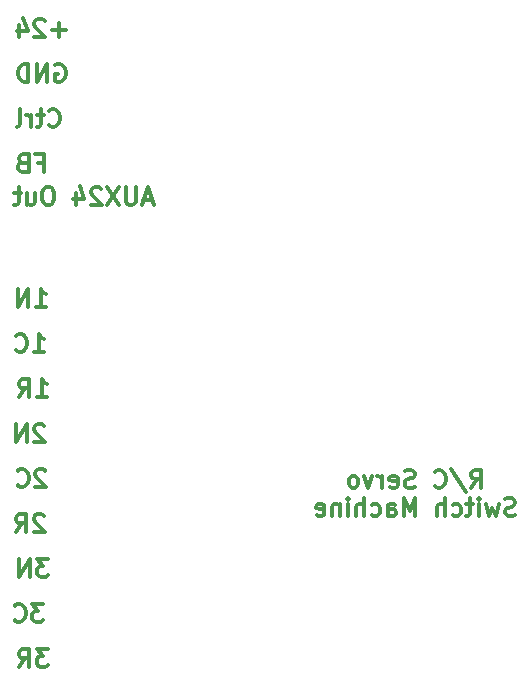
<source format=gbo>
G04 #@! TF.FileFunction,Legend,Bot*
%FSLAX46Y46*%
G04 Gerber Fmt 4.6, Leading zero omitted, Abs format (unit mm)*
G04 Created by KiCad (PCBNEW (2015-10-14 BZR 6269)-product) date Thursday, October 15, 2015 'PMt' 05:26:15 PM*
%MOMM*%
G01*
G04 APERTURE LIST*
%ADD10C,0.100000*%
%ADD11C,0.300000*%
G04 APERTURE END LIST*
D10*
D11*
X106659999Y-103953571D02*
X105731428Y-103953571D01*
X106231428Y-104525000D01*
X106017142Y-104525000D01*
X105874285Y-104596429D01*
X105802856Y-104667857D01*
X105731428Y-104810714D01*
X105731428Y-105167857D01*
X105802856Y-105310714D01*
X105874285Y-105382143D01*
X106017142Y-105453571D01*
X106445714Y-105453571D01*
X106588571Y-105382143D01*
X106659999Y-105310714D01*
X104231428Y-105453571D02*
X104731428Y-104739286D01*
X105088571Y-105453571D02*
X105088571Y-103953571D01*
X104517143Y-103953571D01*
X104374285Y-104025000D01*
X104302857Y-104096429D01*
X104231428Y-104239286D01*
X104231428Y-104453571D01*
X104302857Y-104596429D01*
X104374285Y-104667857D01*
X104517143Y-104739286D01*
X105088571Y-104739286D01*
X106278999Y-100143571D02*
X105350428Y-100143571D01*
X105850428Y-100715000D01*
X105636142Y-100715000D01*
X105493285Y-100786429D01*
X105421856Y-100857857D01*
X105350428Y-101000714D01*
X105350428Y-101357857D01*
X105421856Y-101500714D01*
X105493285Y-101572143D01*
X105636142Y-101643571D01*
X106064714Y-101643571D01*
X106207571Y-101572143D01*
X106278999Y-101500714D01*
X103850428Y-101500714D02*
X103921857Y-101572143D01*
X104136143Y-101643571D01*
X104279000Y-101643571D01*
X104493285Y-101572143D01*
X104636143Y-101429286D01*
X104707571Y-101286429D01*
X104779000Y-101000714D01*
X104779000Y-100786429D01*
X104707571Y-100500714D01*
X104636143Y-100357857D01*
X104493285Y-100215000D01*
X104279000Y-100143571D01*
X104136143Y-100143571D01*
X103921857Y-100215000D01*
X103850428Y-100286429D01*
X106695714Y-96333571D02*
X105767143Y-96333571D01*
X106267143Y-96905000D01*
X106052857Y-96905000D01*
X105910000Y-96976429D01*
X105838571Y-97047857D01*
X105767143Y-97190714D01*
X105767143Y-97547857D01*
X105838571Y-97690714D01*
X105910000Y-97762143D01*
X106052857Y-97833571D01*
X106481429Y-97833571D01*
X106624286Y-97762143D01*
X106695714Y-97690714D01*
X105124286Y-97833571D02*
X105124286Y-96333571D01*
X104267143Y-97833571D01*
X104267143Y-96333571D01*
X106334571Y-92666429D02*
X106263142Y-92595000D01*
X106120285Y-92523571D01*
X105763142Y-92523571D01*
X105620285Y-92595000D01*
X105548856Y-92666429D01*
X105477428Y-92809286D01*
X105477428Y-92952143D01*
X105548856Y-93166429D01*
X106405999Y-94023571D01*
X105477428Y-94023571D01*
X103977428Y-94023571D02*
X104477428Y-93309286D01*
X104834571Y-94023571D02*
X104834571Y-92523571D01*
X104263143Y-92523571D01*
X104120285Y-92595000D01*
X104048857Y-92666429D01*
X103977428Y-92809286D01*
X103977428Y-93023571D01*
X104048857Y-93166429D01*
X104120285Y-93237857D01*
X104263143Y-93309286D01*
X104834571Y-93309286D01*
X106461571Y-88856429D02*
X106390142Y-88785000D01*
X106247285Y-88713571D01*
X105890142Y-88713571D01*
X105747285Y-88785000D01*
X105675856Y-88856429D01*
X105604428Y-88999286D01*
X105604428Y-89142143D01*
X105675856Y-89356429D01*
X106532999Y-90213571D01*
X105604428Y-90213571D01*
X104104428Y-90070714D02*
X104175857Y-90142143D01*
X104390143Y-90213571D01*
X104533000Y-90213571D01*
X104747285Y-90142143D01*
X104890143Y-89999286D01*
X104961571Y-89856429D01*
X105033000Y-89570714D01*
X105033000Y-89356429D01*
X104961571Y-89070714D01*
X104890143Y-88927857D01*
X104747285Y-88785000D01*
X104533000Y-88713571D01*
X104390143Y-88713571D01*
X104175857Y-88785000D01*
X104104428Y-88856429D01*
X106370286Y-85046429D02*
X106298857Y-84975000D01*
X106156000Y-84903571D01*
X105798857Y-84903571D01*
X105656000Y-84975000D01*
X105584571Y-85046429D01*
X105513143Y-85189286D01*
X105513143Y-85332143D01*
X105584571Y-85546429D01*
X106441714Y-86403571D01*
X105513143Y-86403571D01*
X104870286Y-86403571D02*
X104870286Y-84903571D01*
X104013143Y-86403571D01*
X104013143Y-84903571D01*
X105731428Y-82593571D02*
X106588571Y-82593571D01*
X106159999Y-82593571D02*
X106159999Y-81093571D01*
X106302856Y-81307857D01*
X106445714Y-81450714D01*
X106588571Y-81522143D01*
X104231428Y-82593571D02*
X104731428Y-81879286D01*
X105088571Y-82593571D02*
X105088571Y-81093571D01*
X104517143Y-81093571D01*
X104374285Y-81165000D01*
X104302857Y-81236429D01*
X104231428Y-81379286D01*
X104231428Y-81593571D01*
X104302857Y-81736429D01*
X104374285Y-81807857D01*
X104517143Y-81879286D01*
X105088571Y-81879286D01*
X105477428Y-78783571D02*
X106334571Y-78783571D01*
X105905999Y-78783571D02*
X105905999Y-77283571D01*
X106048856Y-77497857D01*
X106191714Y-77640714D01*
X106334571Y-77712143D01*
X103977428Y-78640714D02*
X104048857Y-78712143D01*
X104263143Y-78783571D01*
X104406000Y-78783571D01*
X104620285Y-78712143D01*
X104763143Y-78569286D01*
X104834571Y-78426429D01*
X104906000Y-78140714D01*
X104906000Y-77926429D01*
X104834571Y-77640714D01*
X104763143Y-77497857D01*
X104620285Y-77355000D01*
X104406000Y-77283571D01*
X104263143Y-77283571D01*
X104048857Y-77355000D01*
X103977428Y-77426429D01*
X105640143Y-74973571D02*
X106497286Y-74973571D01*
X106068714Y-74973571D02*
X106068714Y-73473571D01*
X106211571Y-73687857D01*
X106354429Y-73830714D01*
X106497286Y-73902143D01*
X104997286Y-74973571D02*
X104997286Y-73473571D01*
X104140143Y-74973571D01*
X104140143Y-73473571D01*
X115478000Y-65909000D02*
X114763714Y-65909000D01*
X115620857Y-66337571D02*
X115120857Y-64837571D01*
X114620857Y-66337571D01*
X114120857Y-64837571D02*
X114120857Y-66051857D01*
X114049429Y-66194714D01*
X113978000Y-66266143D01*
X113835143Y-66337571D01*
X113549429Y-66337571D01*
X113406571Y-66266143D01*
X113335143Y-66194714D01*
X113263714Y-66051857D01*
X113263714Y-64837571D01*
X112692285Y-64837571D02*
X111692285Y-66337571D01*
X111692285Y-64837571D02*
X112692285Y-66337571D01*
X111192286Y-64980429D02*
X111120857Y-64909000D01*
X110978000Y-64837571D01*
X110620857Y-64837571D01*
X110478000Y-64909000D01*
X110406571Y-64980429D01*
X110335143Y-65123286D01*
X110335143Y-65266143D01*
X110406571Y-65480429D01*
X111263714Y-66337571D01*
X110335143Y-66337571D01*
X109049429Y-65337571D02*
X109049429Y-66337571D01*
X109406572Y-64766143D02*
X109763715Y-65837571D01*
X108835143Y-65837571D01*
X106835144Y-64837571D02*
X106549430Y-64837571D01*
X106406572Y-64909000D01*
X106263715Y-65051857D01*
X106192287Y-65337571D01*
X106192287Y-65837571D01*
X106263715Y-66123286D01*
X106406572Y-66266143D01*
X106549430Y-66337571D01*
X106835144Y-66337571D01*
X106978001Y-66266143D01*
X107120858Y-66123286D01*
X107192287Y-65837571D01*
X107192287Y-65337571D01*
X107120858Y-65051857D01*
X106978001Y-64909000D01*
X106835144Y-64837571D01*
X104906572Y-65337571D02*
X104906572Y-66337571D01*
X105549429Y-65337571D02*
X105549429Y-66123286D01*
X105478001Y-66266143D01*
X105335143Y-66337571D01*
X105120858Y-66337571D01*
X104978001Y-66266143D01*
X104906572Y-66194714D01*
X104406572Y-65337571D02*
X103835143Y-65337571D01*
X104192286Y-64837571D02*
X104192286Y-66123286D01*
X104120858Y-66266143D01*
X103978000Y-66337571D01*
X103835143Y-66337571D01*
X105818714Y-62757857D02*
X106318714Y-62757857D01*
X106318714Y-63543571D02*
X106318714Y-62043571D01*
X105604428Y-62043571D01*
X104533000Y-62757857D02*
X104318714Y-62829286D01*
X104247286Y-62900714D01*
X104175857Y-63043571D01*
X104175857Y-63257857D01*
X104247286Y-63400714D01*
X104318714Y-63472143D01*
X104461572Y-63543571D01*
X105033000Y-63543571D01*
X105033000Y-62043571D01*
X104533000Y-62043571D01*
X104390143Y-62115000D01*
X104318714Y-62186429D01*
X104247286Y-62329286D01*
X104247286Y-62472143D01*
X104318714Y-62615000D01*
X104390143Y-62686429D01*
X104533000Y-62757857D01*
X105033000Y-62757857D01*
X106739428Y-59590714D02*
X106810857Y-59662143D01*
X107025143Y-59733571D01*
X107168000Y-59733571D01*
X107382285Y-59662143D01*
X107525143Y-59519286D01*
X107596571Y-59376429D01*
X107668000Y-59090714D01*
X107668000Y-58876429D01*
X107596571Y-58590714D01*
X107525143Y-58447857D01*
X107382285Y-58305000D01*
X107168000Y-58233571D01*
X107025143Y-58233571D01*
X106810857Y-58305000D01*
X106739428Y-58376429D01*
X106310857Y-58733571D02*
X105739428Y-58733571D01*
X106096571Y-58233571D02*
X106096571Y-59519286D01*
X106025143Y-59662143D01*
X105882285Y-59733571D01*
X105739428Y-59733571D01*
X105239428Y-59733571D02*
X105239428Y-58733571D01*
X105239428Y-59019286D02*
X105168000Y-58876429D01*
X105096571Y-58805000D01*
X104953714Y-58733571D01*
X104810857Y-58733571D01*
X104096571Y-59733571D02*
X104239429Y-59662143D01*
X104310857Y-59519286D01*
X104310857Y-58233571D01*
X107314857Y-54495000D02*
X107457714Y-54423571D01*
X107672000Y-54423571D01*
X107886285Y-54495000D01*
X108029143Y-54637857D01*
X108100571Y-54780714D01*
X108172000Y-55066429D01*
X108172000Y-55280714D01*
X108100571Y-55566429D01*
X108029143Y-55709286D01*
X107886285Y-55852143D01*
X107672000Y-55923571D01*
X107529143Y-55923571D01*
X107314857Y-55852143D01*
X107243428Y-55780714D01*
X107243428Y-55280714D01*
X107529143Y-55280714D01*
X106600571Y-55923571D02*
X106600571Y-54423571D01*
X105743428Y-55923571D01*
X105743428Y-54423571D01*
X105029142Y-55923571D02*
X105029142Y-54423571D01*
X104671999Y-54423571D01*
X104457714Y-54495000D01*
X104314856Y-54637857D01*
X104243428Y-54780714D01*
X104171999Y-55066429D01*
X104171999Y-55280714D01*
X104243428Y-55566429D01*
X104314856Y-55709286D01*
X104457714Y-55852143D01*
X104671999Y-55923571D01*
X105029142Y-55923571D01*
X108171999Y-51542143D02*
X107029142Y-51542143D01*
X107600571Y-52113571D02*
X107600571Y-50970714D01*
X106386285Y-50756429D02*
X106314856Y-50685000D01*
X106171999Y-50613571D01*
X105814856Y-50613571D01*
X105671999Y-50685000D01*
X105600570Y-50756429D01*
X105529142Y-50899286D01*
X105529142Y-51042143D01*
X105600570Y-51256429D01*
X106457713Y-52113571D01*
X105529142Y-52113571D01*
X104243428Y-51113571D02*
X104243428Y-52113571D01*
X104600571Y-50542143D02*
X104957714Y-51613571D01*
X104029142Y-51613571D01*
X142509285Y-90283571D02*
X143009285Y-89569286D01*
X143366428Y-90283571D02*
X143366428Y-88783571D01*
X142795000Y-88783571D01*
X142652142Y-88855000D01*
X142580714Y-88926429D01*
X142509285Y-89069286D01*
X142509285Y-89283571D01*
X142580714Y-89426429D01*
X142652142Y-89497857D01*
X142795000Y-89569286D01*
X143366428Y-89569286D01*
X140795000Y-88712143D02*
X142080714Y-90640714D01*
X139437856Y-90140714D02*
X139509285Y-90212143D01*
X139723571Y-90283571D01*
X139866428Y-90283571D01*
X140080713Y-90212143D01*
X140223571Y-90069286D01*
X140294999Y-89926429D01*
X140366428Y-89640714D01*
X140366428Y-89426429D01*
X140294999Y-89140714D01*
X140223571Y-88997857D01*
X140080713Y-88855000D01*
X139866428Y-88783571D01*
X139723571Y-88783571D01*
X139509285Y-88855000D01*
X139437856Y-88926429D01*
X137723571Y-90212143D02*
X137509285Y-90283571D01*
X137152142Y-90283571D01*
X137009285Y-90212143D01*
X136937856Y-90140714D01*
X136866428Y-89997857D01*
X136866428Y-89855000D01*
X136937856Y-89712143D01*
X137009285Y-89640714D01*
X137152142Y-89569286D01*
X137437856Y-89497857D01*
X137580714Y-89426429D01*
X137652142Y-89355000D01*
X137723571Y-89212143D01*
X137723571Y-89069286D01*
X137652142Y-88926429D01*
X137580714Y-88855000D01*
X137437856Y-88783571D01*
X137080714Y-88783571D01*
X136866428Y-88855000D01*
X135652143Y-90212143D02*
X135795000Y-90283571D01*
X136080714Y-90283571D01*
X136223571Y-90212143D01*
X136295000Y-90069286D01*
X136295000Y-89497857D01*
X136223571Y-89355000D01*
X136080714Y-89283571D01*
X135795000Y-89283571D01*
X135652143Y-89355000D01*
X135580714Y-89497857D01*
X135580714Y-89640714D01*
X136295000Y-89783571D01*
X134937857Y-90283571D02*
X134937857Y-89283571D01*
X134937857Y-89569286D02*
X134866429Y-89426429D01*
X134795000Y-89355000D01*
X134652143Y-89283571D01*
X134509286Y-89283571D01*
X134152143Y-89283571D02*
X133795000Y-90283571D01*
X133437858Y-89283571D01*
X132652143Y-90283571D02*
X132795001Y-90212143D01*
X132866429Y-90140714D01*
X132937858Y-89997857D01*
X132937858Y-89569286D01*
X132866429Y-89426429D01*
X132795001Y-89355000D01*
X132652143Y-89283571D01*
X132437858Y-89283571D01*
X132295001Y-89355000D01*
X132223572Y-89426429D01*
X132152143Y-89569286D01*
X132152143Y-89997857D01*
X132223572Y-90140714D01*
X132295001Y-90212143D01*
X132437858Y-90283571D01*
X132652143Y-90283571D01*
X146223572Y-92612143D02*
X146009286Y-92683571D01*
X145652143Y-92683571D01*
X145509286Y-92612143D01*
X145437857Y-92540714D01*
X145366429Y-92397857D01*
X145366429Y-92255000D01*
X145437857Y-92112143D01*
X145509286Y-92040714D01*
X145652143Y-91969286D01*
X145937857Y-91897857D01*
X146080715Y-91826429D01*
X146152143Y-91755000D01*
X146223572Y-91612143D01*
X146223572Y-91469286D01*
X146152143Y-91326429D01*
X146080715Y-91255000D01*
X145937857Y-91183571D01*
X145580715Y-91183571D01*
X145366429Y-91255000D01*
X144866429Y-91683571D02*
X144580715Y-92683571D01*
X144295001Y-91969286D01*
X144009286Y-92683571D01*
X143723572Y-91683571D01*
X143152143Y-92683571D02*
X143152143Y-91683571D01*
X143152143Y-91183571D02*
X143223572Y-91255000D01*
X143152143Y-91326429D01*
X143080715Y-91255000D01*
X143152143Y-91183571D01*
X143152143Y-91326429D01*
X142652143Y-91683571D02*
X142080714Y-91683571D01*
X142437857Y-91183571D02*
X142437857Y-92469286D01*
X142366429Y-92612143D01*
X142223571Y-92683571D01*
X142080714Y-92683571D01*
X140937857Y-92612143D02*
X141080714Y-92683571D01*
X141366428Y-92683571D01*
X141509286Y-92612143D01*
X141580714Y-92540714D01*
X141652143Y-92397857D01*
X141652143Y-91969286D01*
X141580714Y-91826429D01*
X141509286Y-91755000D01*
X141366428Y-91683571D01*
X141080714Y-91683571D01*
X140937857Y-91755000D01*
X140295000Y-92683571D02*
X140295000Y-91183571D01*
X139652143Y-92683571D02*
X139652143Y-91897857D01*
X139723572Y-91755000D01*
X139866429Y-91683571D01*
X140080714Y-91683571D01*
X140223572Y-91755000D01*
X140295000Y-91826429D01*
X137795000Y-92683571D02*
X137795000Y-91183571D01*
X137295000Y-92255000D01*
X136795000Y-91183571D01*
X136795000Y-92683571D01*
X135437857Y-92683571D02*
X135437857Y-91897857D01*
X135509286Y-91755000D01*
X135652143Y-91683571D01*
X135937857Y-91683571D01*
X136080714Y-91755000D01*
X135437857Y-92612143D02*
X135580714Y-92683571D01*
X135937857Y-92683571D01*
X136080714Y-92612143D01*
X136152143Y-92469286D01*
X136152143Y-92326429D01*
X136080714Y-92183571D01*
X135937857Y-92112143D01*
X135580714Y-92112143D01*
X135437857Y-92040714D01*
X134080714Y-92612143D02*
X134223571Y-92683571D01*
X134509285Y-92683571D01*
X134652143Y-92612143D01*
X134723571Y-92540714D01*
X134795000Y-92397857D01*
X134795000Y-91969286D01*
X134723571Y-91826429D01*
X134652143Y-91755000D01*
X134509285Y-91683571D01*
X134223571Y-91683571D01*
X134080714Y-91755000D01*
X133437857Y-92683571D02*
X133437857Y-91183571D01*
X132795000Y-92683571D02*
X132795000Y-91897857D01*
X132866429Y-91755000D01*
X133009286Y-91683571D01*
X133223571Y-91683571D01*
X133366429Y-91755000D01*
X133437857Y-91826429D01*
X132080714Y-92683571D02*
X132080714Y-91683571D01*
X132080714Y-91183571D02*
X132152143Y-91255000D01*
X132080714Y-91326429D01*
X132009286Y-91255000D01*
X132080714Y-91183571D01*
X132080714Y-91326429D01*
X131366428Y-91683571D02*
X131366428Y-92683571D01*
X131366428Y-91826429D02*
X131295000Y-91755000D01*
X131152142Y-91683571D01*
X130937857Y-91683571D01*
X130795000Y-91755000D01*
X130723571Y-91897857D01*
X130723571Y-92683571D01*
X129437857Y-92612143D02*
X129580714Y-92683571D01*
X129866428Y-92683571D01*
X130009285Y-92612143D01*
X130080714Y-92469286D01*
X130080714Y-91897857D01*
X130009285Y-91755000D01*
X129866428Y-91683571D01*
X129580714Y-91683571D01*
X129437857Y-91755000D01*
X129366428Y-91897857D01*
X129366428Y-92040714D01*
X130080714Y-92183571D01*
M02*

</source>
